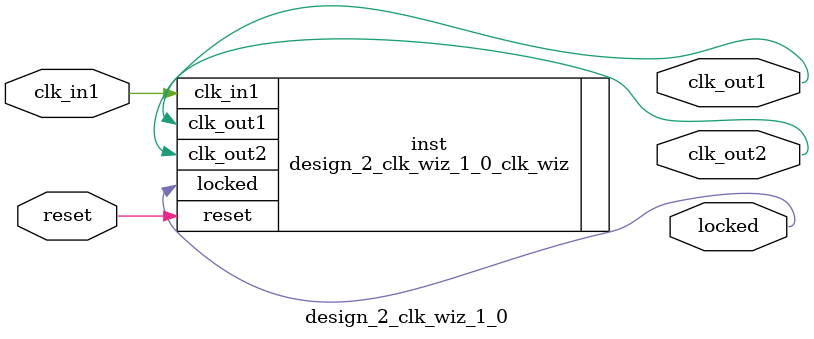
<source format=v>


`timescale 1ps/1ps

(* CORE_GENERATION_INFO = "design_2_clk_wiz_1_0,clk_wiz_v6_0_5_0_0,{component_name=design_2_clk_wiz_1_0,use_phase_alignment=true,use_min_o_jitter=false,use_max_i_jitter=false,use_dyn_phase_shift=false,use_inclk_switchover=false,use_dyn_reconfig=false,enable_axi=0,feedback_source=FDBK_AUTO,PRIMITIVE=MMCM,num_out_clk=2,clkin1_period=8.000,clkin2_period=10.0,use_power_down=false,use_reset=true,use_locked=true,use_inclk_stopped=false,feedback_type=SINGLE,CLOCK_MGR_TYPE=NA,manual_override=false}" *)

module design_2_clk_wiz_1_0 
 (
  // Clock out ports
  output        clk_out1,
  output        clk_out2,
  // Status and control signals
  input         reset,
  output        locked,
 // Clock in ports
  input         clk_in1
 );

  design_2_clk_wiz_1_0_clk_wiz inst
  (
  // Clock out ports  
  .clk_out1(clk_out1),
  .clk_out2(clk_out2),
  // Status and control signals               
  .reset(reset), 
  .locked(locked),
 // Clock in ports
  .clk_in1(clk_in1)
  );

endmodule

</source>
